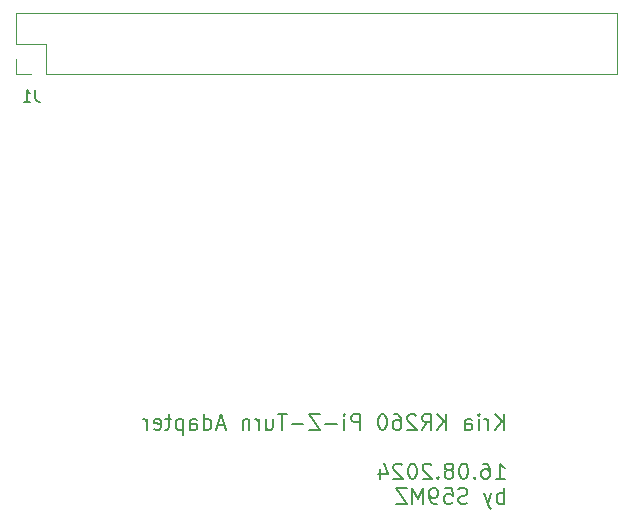
<source format=gbo>
G04 #@! TF.GenerationSoftware,KiCad,Pcbnew,7.0.11-7.0.11~ubuntu20.04.1*
G04 #@! TF.CreationDate,2024-08-17T18:13:06+02:00*
G04 #@! TF.ProjectId,kicad-kria-pi4-ext,6b696361-642d-46b7-9269-612d7069342d,1.0*
G04 #@! TF.SameCoordinates,Original*
G04 #@! TF.FileFunction,Legend,Bot*
G04 #@! TF.FilePolarity,Positive*
%FSLAX46Y46*%
G04 Gerber Fmt 4.6, Leading zero omitted, Abs format (unit mm)*
G04 Created by KiCad (PCBNEW 7.0.11-7.0.11~ubuntu20.04.1) date 2024-08-17 18:13:06*
%MOMM*%
%LPD*%
G01*
G04 APERTURE LIST*
G04 Aperture macros list*
%AMRoundRect*
0 Rectangle with rounded corners*
0 $1 Rounding radius*
0 $2 $3 $4 $5 $6 $7 $8 $9 X,Y pos of 4 corners*
0 Add a 4 corners polygon primitive as box body*
4,1,4,$2,$3,$4,$5,$6,$7,$8,$9,$2,$3,0*
0 Add four circle primitives for the rounded corners*
1,1,$1+$1,$2,$3*
1,1,$1+$1,$4,$5*
1,1,$1+$1,$6,$7*
1,1,$1+$1,$8,$9*
0 Add four rect primitives between the rounded corners*
20,1,$1+$1,$2,$3,$4,$5,0*
20,1,$1+$1,$4,$5,$6,$7,0*
20,1,$1+$1,$6,$7,$8,$9,0*
20,1,$1+$1,$8,$9,$2,$3,0*%
G04 Aperture macros list end*
%ADD10C,0.130000*%
%ADD11C,0.150000*%
%ADD12C,0.120000*%
%ADD13C,2.500000*%
%ADD14R,1.700000X1.700000*%
%ADD15O,1.700000X1.700000*%
%ADD16RoundRect,0.250000X0.600000X0.600000X-0.600000X0.600000X-0.600000X-0.600000X0.600000X-0.600000X0*%
%ADD17C,1.700000*%
G04 APERTURE END LIST*
D10*
X141590950Y-82201144D02*
X141590950Y-80901144D01*
X140848093Y-82201144D02*
X141405235Y-81458287D01*
X140848093Y-80901144D02*
X141590950Y-81644001D01*
X140290950Y-82201144D02*
X140290950Y-81334478D01*
X140290950Y-81582097D02*
X140229045Y-81458287D01*
X140229045Y-81458287D02*
X140167140Y-81396382D01*
X140167140Y-81396382D02*
X140043331Y-81334478D01*
X140043331Y-81334478D02*
X139919521Y-81334478D01*
X139486188Y-82201144D02*
X139486188Y-81334478D01*
X139486188Y-80901144D02*
X139548092Y-80963049D01*
X139548092Y-80963049D02*
X139486188Y-81024954D01*
X139486188Y-81024954D02*
X139424283Y-80963049D01*
X139424283Y-80963049D02*
X139486188Y-80901144D01*
X139486188Y-80901144D02*
X139486188Y-81024954D01*
X138309997Y-82201144D02*
X138309997Y-81520192D01*
X138309997Y-81520192D02*
X138371902Y-81396382D01*
X138371902Y-81396382D02*
X138495711Y-81334478D01*
X138495711Y-81334478D02*
X138743330Y-81334478D01*
X138743330Y-81334478D02*
X138867140Y-81396382D01*
X138309997Y-82139240D02*
X138433806Y-82201144D01*
X138433806Y-82201144D02*
X138743330Y-82201144D01*
X138743330Y-82201144D02*
X138867140Y-82139240D01*
X138867140Y-82139240D02*
X138929044Y-82015430D01*
X138929044Y-82015430D02*
X138929044Y-81891620D01*
X138929044Y-81891620D02*
X138867140Y-81767811D01*
X138867140Y-81767811D02*
X138743330Y-81705906D01*
X138743330Y-81705906D02*
X138433806Y-81705906D01*
X138433806Y-81705906D02*
X138309997Y-81644001D01*
X136700474Y-82201144D02*
X136700474Y-80901144D01*
X135957617Y-82201144D02*
X136514759Y-81458287D01*
X135957617Y-80901144D02*
X136700474Y-81644001D01*
X134657617Y-82201144D02*
X135090950Y-81582097D01*
X135400474Y-82201144D02*
X135400474Y-80901144D01*
X135400474Y-80901144D02*
X134905236Y-80901144D01*
X134905236Y-80901144D02*
X134781426Y-80963049D01*
X134781426Y-80963049D02*
X134719521Y-81024954D01*
X134719521Y-81024954D02*
X134657617Y-81148763D01*
X134657617Y-81148763D02*
X134657617Y-81334478D01*
X134657617Y-81334478D02*
X134719521Y-81458287D01*
X134719521Y-81458287D02*
X134781426Y-81520192D01*
X134781426Y-81520192D02*
X134905236Y-81582097D01*
X134905236Y-81582097D02*
X135400474Y-81582097D01*
X134162378Y-81024954D02*
X134100474Y-80963049D01*
X134100474Y-80963049D02*
X133976664Y-80901144D01*
X133976664Y-80901144D02*
X133667140Y-80901144D01*
X133667140Y-80901144D02*
X133543331Y-80963049D01*
X133543331Y-80963049D02*
X133481426Y-81024954D01*
X133481426Y-81024954D02*
X133419521Y-81148763D01*
X133419521Y-81148763D02*
X133419521Y-81272573D01*
X133419521Y-81272573D02*
X133481426Y-81458287D01*
X133481426Y-81458287D02*
X134224283Y-82201144D01*
X134224283Y-82201144D02*
X133419521Y-82201144D01*
X132305236Y-80901144D02*
X132552855Y-80901144D01*
X132552855Y-80901144D02*
X132676664Y-80963049D01*
X132676664Y-80963049D02*
X132738569Y-81024954D01*
X132738569Y-81024954D02*
X132862379Y-81210668D01*
X132862379Y-81210668D02*
X132924283Y-81458287D01*
X132924283Y-81458287D02*
X132924283Y-81953525D01*
X132924283Y-81953525D02*
X132862379Y-82077335D01*
X132862379Y-82077335D02*
X132800474Y-82139240D01*
X132800474Y-82139240D02*
X132676664Y-82201144D01*
X132676664Y-82201144D02*
X132429045Y-82201144D01*
X132429045Y-82201144D02*
X132305236Y-82139240D01*
X132305236Y-82139240D02*
X132243331Y-82077335D01*
X132243331Y-82077335D02*
X132181426Y-81953525D01*
X132181426Y-81953525D02*
X132181426Y-81644001D01*
X132181426Y-81644001D02*
X132243331Y-81520192D01*
X132243331Y-81520192D02*
X132305236Y-81458287D01*
X132305236Y-81458287D02*
X132429045Y-81396382D01*
X132429045Y-81396382D02*
X132676664Y-81396382D01*
X132676664Y-81396382D02*
X132800474Y-81458287D01*
X132800474Y-81458287D02*
X132862379Y-81520192D01*
X132862379Y-81520192D02*
X132924283Y-81644001D01*
X131376665Y-80901144D02*
X131252855Y-80901144D01*
X131252855Y-80901144D02*
X131129046Y-80963049D01*
X131129046Y-80963049D02*
X131067141Y-81024954D01*
X131067141Y-81024954D02*
X131005236Y-81148763D01*
X131005236Y-81148763D02*
X130943331Y-81396382D01*
X130943331Y-81396382D02*
X130943331Y-81705906D01*
X130943331Y-81705906D02*
X131005236Y-81953525D01*
X131005236Y-81953525D02*
X131067141Y-82077335D01*
X131067141Y-82077335D02*
X131129046Y-82139240D01*
X131129046Y-82139240D02*
X131252855Y-82201144D01*
X131252855Y-82201144D02*
X131376665Y-82201144D01*
X131376665Y-82201144D02*
X131500474Y-82139240D01*
X131500474Y-82139240D02*
X131562379Y-82077335D01*
X131562379Y-82077335D02*
X131624284Y-81953525D01*
X131624284Y-81953525D02*
X131686188Y-81705906D01*
X131686188Y-81705906D02*
X131686188Y-81396382D01*
X131686188Y-81396382D02*
X131624284Y-81148763D01*
X131624284Y-81148763D02*
X131562379Y-81024954D01*
X131562379Y-81024954D02*
X131500474Y-80963049D01*
X131500474Y-80963049D02*
X131376665Y-80901144D01*
X129395713Y-82201144D02*
X129395713Y-80901144D01*
X129395713Y-80901144D02*
X128900475Y-80901144D01*
X128900475Y-80901144D02*
X128776665Y-80963049D01*
X128776665Y-80963049D02*
X128714760Y-81024954D01*
X128714760Y-81024954D02*
X128652856Y-81148763D01*
X128652856Y-81148763D02*
X128652856Y-81334478D01*
X128652856Y-81334478D02*
X128714760Y-81458287D01*
X128714760Y-81458287D02*
X128776665Y-81520192D01*
X128776665Y-81520192D02*
X128900475Y-81582097D01*
X128900475Y-81582097D02*
X129395713Y-81582097D01*
X128095713Y-82201144D02*
X128095713Y-81334478D01*
X128095713Y-80901144D02*
X128157617Y-80963049D01*
X128157617Y-80963049D02*
X128095713Y-81024954D01*
X128095713Y-81024954D02*
X128033808Y-80963049D01*
X128033808Y-80963049D02*
X128095713Y-80901144D01*
X128095713Y-80901144D02*
X128095713Y-81024954D01*
X127476665Y-81705906D02*
X126486189Y-81705906D01*
X125990950Y-80901144D02*
X125124284Y-80901144D01*
X125124284Y-80901144D02*
X125990950Y-82201144D01*
X125990950Y-82201144D02*
X125124284Y-82201144D01*
X124629046Y-81705906D02*
X123638570Y-81705906D01*
X123205236Y-80901144D02*
X122462379Y-80901144D01*
X122833807Y-82201144D02*
X122833807Y-80901144D01*
X121471903Y-81334478D02*
X121471903Y-82201144D01*
X122029046Y-81334478D02*
X122029046Y-82015430D01*
X122029046Y-82015430D02*
X121967141Y-82139240D01*
X121967141Y-82139240D02*
X121843331Y-82201144D01*
X121843331Y-82201144D02*
X121657617Y-82201144D01*
X121657617Y-82201144D02*
X121533808Y-82139240D01*
X121533808Y-82139240D02*
X121471903Y-82077335D01*
X120852856Y-82201144D02*
X120852856Y-81334478D01*
X120852856Y-81582097D02*
X120790951Y-81458287D01*
X120790951Y-81458287D02*
X120729046Y-81396382D01*
X120729046Y-81396382D02*
X120605237Y-81334478D01*
X120605237Y-81334478D02*
X120481427Y-81334478D01*
X120048094Y-81334478D02*
X120048094Y-82201144D01*
X120048094Y-81458287D02*
X119986189Y-81396382D01*
X119986189Y-81396382D02*
X119862379Y-81334478D01*
X119862379Y-81334478D02*
X119676665Y-81334478D01*
X119676665Y-81334478D02*
X119552856Y-81396382D01*
X119552856Y-81396382D02*
X119490951Y-81520192D01*
X119490951Y-81520192D02*
X119490951Y-82201144D01*
X117943332Y-81829716D02*
X117324285Y-81829716D01*
X118067142Y-82201144D02*
X117633809Y-80901144D01*
X117633809Y-80901144D02*
X117200475Y-82201144D01*
X116209999Y-82201144D02*
X116209999Y-80901144D01*
X116209999Y-82139240D02*
X116333808Y-82201144D01*
X116333808Y-82201144D02*
X116581427Y-82201144D01*
X116581427Y-82201144D02*
X116705237Y-82139240D01*
X116705237Y-82139240D02*
X116767142Y-82077335D01*
X116767142Y-82077335D02*
X116829046Y-81953525D01*
X116829046Y-81953525D02*
X116829046Y-81582097D01*
X116829046Y-81582097D02*
X116767142Y-81458287D01*
X116767142Y-81458287D02*
X116705237Y-81396382D01*
X116705237Y-81396382D02*
X116581427Y-81334478D01*
X116581427Y-81334478D02*
X116333808Y-81334478D01*
X116333808Y-81334478D02*
X116209999Y-81396382D01*
X115033809Y-82201144D02*
X115033809Y-81520192D01*
X115033809Y-81520192D02*
X115095714Y-81396382D01*
X115095714Y-81396382D02*
X115219523Y-81334478D01*
X115219523Y-81334478D02*
X115467142Y-81334478D01*
X115467142Y-81334478D02*
X115590952Y-81396382D01*
X115033809Y-82139240D02*
X115157618Y-82201144D01*
X115157618Y-82201144D02*
X115467142Y-82201144D01*
X115467142Y-82201144D02*
X115590952Y-82139240D01*
X115590952Y-82139240D02*
X115652856Y-82015430D01*
X115652856Y-82015430D02*
X115652856Y-81891620D01*
X115652856Y-81891620D02*
X115590952Y-81767811D01*
X115590952Y-81767811D02*
X115467142Y-81705906D01*
X115467142Y-81705906D02*
X115157618Y-81705906D01*
X115157618Y-81705906D02*
X115033809Y-81644001D01*
X114414762Y-81334478D02*
X114414762Y-82634478D01*
X114414762Y-81396382D02*
X114290952Y-81334478D01*
X114290952Y-81334478D02*
X114043333Y-81334478D01*
X114043333Y-81334478D02*
X113919524Y-81396382D01*
X113919524Y-81396382D02*
X113857619Y-81458287D01*
X113857619Y-81458287D02*
X113795714Y-81582097D01*
X113795714Y-81582097D02*
X113795714Y-81953525D01*
X113795714Y-81953525D02*
X113857619Y-82077335D01*
X113857619Y-82077335D02*
X113919524Y-82139240D01*
X113919524Y-82139240D02*
X114043333Y-82201144D01*
X114043333Y-82201144D02*
X114290952Y-82201144D01*
X114290952Y-82201144D02*
X114414762Y-82139240D01*
X113424286Y-81334478D02*
X112929048Y-81334478D01*
X113238572Y-80901144D02*
X113238572Y-82015430D01*
X113238572Y-82015430D02*
X113176667Y-82139240D01*
X113176667Y-82139240D02*
X113052857Y-82201144D01*
X113052857Y-82201144D02*
X112929048Y-82201144D01*
X112000477Y-82139240D02*
X112124286Y-82201144D01*
X112124286Y-82201144D02*
X112371905Y-82201144D01*
X112371905Y-82201144D02*
X112495715Y-82139240D01*
X112495715Y-82139240D02*
X112557619Y-82015430D01*
X112557619Y-82015430D02*
X112557619Y-81520192D01*
X112557619Y-81520192D02*
X112495715Y-81396382D01*
X112495715Y-81396382D02*
X112371905Y-81334478D01*
X112371905Y-81334478D02*
X112124286Y-81334478D01*
X112124286Y-81334478D02*
X112000477Y-81396382D01*
X112000477Y-81396382D02*
X111938572Y-81520192D01*
X111938572Y-81520192D02*
X111938572Y-81644001D01*
X111938572Y-81644001D02*
X112557619Y-81767811D01*
X111381429Y-82201144D02*
X111381429Y-81334478D01*
X111381429Y-81582097D02*
X111319524Y-81458287D01*
X111319524Y-81458287D02*
X111257619Y-81396382D01*
X111257619Y-81396382D02*
X111133810Y-81334478D01*
X111133810Y-81334478D02*
X111010000Y-81334478D01*
X140909997Y-86387144D02*
X141652854Y-86387144D01*
X141281426Y-86387144D02*
X141281426Y-85087144D01*
X141281426Y-85087144D02*
X141405235Y-85272859D01*
X141405235Y-85272859D02*
X141529045Y-85396668D01*
X141529045Y-85396668D02*
X141652854Y-85458573D01*
X139795712Y-85087144D02*
X140043331Y-85087144D01*
X140043331Y-85087144D02*
X140167140Y-85149049D01*
X140167140Y-85149049D02*
X140229045Y-85210954D01*
X140229045Y-85210954D02*
X140352855Y-85396668D01*
X140352855Y-85396668D02*
X140414759Y-85644287D01*
X140414759Y-85644287D02*
X140414759Y-86139525D01*
X140414759Y-86139525D02*
X140352855Y-86263335D01*
X140352855Y-86263335D02*
X140290950Y-86325240D01*
X140290950Y-86325240D02*
X140167140Y-86387144D01*
X140167140Y-86387144D02*
X139919521Y-86387144D01*
X139919521Y-86387144D02*
X139795712Y-86325240D01*
X139795712Y-86325240D02*
X139733807Y-86263335D01*
X139733807Y-86263335D02*
X139671902Y-86139525D01*
X139671902Y-86139525D02*
X139671902Y-85830001D01*
X139671902Y-85830001D02*
X139733807Y-85706192D01*
X139733807Y-85706192D02*
X139795712Y-85644287D01*
X139795712Y-85644287D02*
X139919521Y-85582382D01*
X139919521Y-85582382D02*
X140167140Y-85582382D01*
X140167140Y-85582382D02*
X140290950Y-85644287D01*
X140290950Y-85644287D02*
X140352855Y-85706192D01*
X140352855Y-85706192D02*
X140414759Y-85830001D01*
X139114760Y-86263335D02*
X139052855Y-86325240D01*
X139052855Y-86325240D02*
X139114760Y-86387144D01*
X139114760Y-86387144D02*
X139176664Y-86325240D01*
X139176664Y-86325240D02*
X139114760Y-86263335D01*
X139114760Y-86263335D02*
X139114760Y-86387144D01*
X138248093Y-85087144D02*
X138124283Y-85087144D01*
X138124283Y-85087144D02*
X138000474Y-85149049D01*
X138000474Y-85149049D02*
X137938569Y-85210954D01*
X137938569Y-85210954D02*
X137876664Y-85334763D01*
X137876664Y-85334763D02*
X137814759Y-85582382D01*
X137814759Y-85582382D02*
X137814759Y-85891906D01*
X137814759Y-85891906D02*
X137876664Y-86139525D01*
X137876664Y-86139525D02*
X137938569Y-86263335D01*
X137938569Y-86263335D02*
X138000474Y-86325240D01*
X138000474Y-86325240D02*
X138124283Y-86387144D01*
X138124283Y-86387144D02*
X138248093Y-86387144D01*
X138248093Y-86387144D02*
X138371902Y-86325240D01*
X138371902Y-86325240D02*
X138433807Y-86263335D01*
X138433807Y-86263335D02*
X138495712Y-86139525D01*
X138495712Y-86139525D02*
X138557616Y-85891906D01*
X138557616Y-85891906D02*
X138557616Y-85582382D01*
X138557616Y-85582382D02*
X138495712Y-85334763D01*
X138495712Y-85334763D02*
X138433807Y-85210954D01*
X138433807Y-85210954D02*
X138371902Y-85149049D01*
X138371902Y-85149049D02*
X138248093Y-85087144D01*
X137071902Y-85644287D02*
X137195712Y-85582382D01*
X137195712Y-85582382D02*
X137257617Y-85520478D01*
X137257617Y-85520478D02*
X137319521Y-85396668D01*
X137319521Y-85396668D02*
X137319521Y-85334763D01*
X137319521Y-85334763D02*
X137257617Y-85210954D01*
X137257617Y-85210954D02*
X137195712Y-85149049D01*
X137195712Y-85149049D02*
X137071902Y-85087144D01*
X137071902Y-85087144D02*
X136824283Y-85087144D01*
X136824283Y-85087144D02*
X136700474Y-85149049D01*
X136700474Y-85149049D02*
X136638569Y-85210954D01*
X136638569Y-85210954D02*
X136576664Y-85334763D01*
X136576664Y-85334763D02*
X136576664Y-85396668D01*
X136576664Y-85396668D02*
X136638569Y-85520478D01*
X136638569Y-85520478D02*
X136700474Y-85582382D01*
X136700474Y-85582382D02*
X136824283Y-85644287D01*
X136824283Y-85644287D02*
X137071902Y-85644287D01*
X137071902Y-85644287D02*
X137195712Y-85706192D01*
X137195712Y-85706192D02*
X137257617Y-85768097D01*
X137257617Y-85768097D02*
X137319521Y-85891906D01*
X137319521Y-85891906D02*
X137319521Y-86139525D01*
X137319521Y-86139525D02*
X137257617Y-86263335D01*
X137257617Y-86263335D02*
X137195712Y-86325240D01*
X137195712Y-86325240D02*
X137071902Y-86387144D01*
X137071902Y-86387144D02*
X136824283Y-86387144D01*
X136824283Y-86387144D02*
X136700474Y-86325240D01*
X136700474Y-86325240D02*
X136638569Y-86263335D01*
X136638569Y-86263335D02*
X136576664Y-86139525D01*
X136576664Y-86139525D02*
X136576664Y-85891906D01*
X136576664Y-85891906D02*
X136638569Y-85768097D01*
X136638569Y-85768097D02*
X136700474Y-85706192D01*
X136700474Y-85706192D02*
X136824283Y-85644287D01*
X136019522Y-86263335D02*
X135957617Y-86325240D01*
X135957617Y-86325240D02*
X136019522Y-86387144D01*
X136019522Y-86387144D02*
X136081426Y-86325240D01*
X136081426Y-86325240D02*
X136019522Y-86263335D01*
X136019522Y-86263335D02*
X136019522Y-86387144D01*
X135462378Y-85210954D02*
X135400474Y-85149049D01*
X135400474Y-85149049D02*
X135276664Y-85087144D01*
X135276664Y-85087144D02*
X134967140Y-85087144D01*
X134967140Y-85087144D02*
X134843331Y-85149049D01*
X134843331Y-85149049D02*
X134781426Y-85210954D01*
X134781426Y-85210954D02*
X134719521Y-85334763D01*
X134719521Y-85334763D02*
X134719521Y-85458573D01*
X134719521Y-85458573D02*
X134781426Y-85644287D01*
X134781426Y-85644287D02*
X135524283Y-86387144D01*
X135524283Y-86387144D02*
X134719521Y-86387144D01*
X133914760Y-85087144D02*
X133790950Y-85087144D01*
X133790950Y-85087144D02*
X133667141Y-85149049D01*
X133667141Y-85149049D02*
X133605236Y-85210954D01*
X133605236Y-85210954D02*
X133543331Y-85334763D01*
X133543331Y-85334763D02*
X133481426Y-85582382D01*
X133481426Y-85582382D02*
X133481426Y-85891906D01*
X133481426Y-85891906D02*
X133543331Y-86139525D01*
X133543331Y-86139525D02*
X133605236Y-86263335D01*
X133605236Y-86263335D02*
X133667141Y-86325240D01*
X133667141Y-86325240D02*
X133790950Y-86387144D01*
X133790950Y-86387144D02*
X133914760Y-86387144D01*
X133914760Y-86387144D02*
X134038569Y-86325240D01*
X134038569Y-86325240D02*
X134100474Y-86263335D01*
X134100474Y-86263335D02*
X134162379Y-86139525D01*
X134162379Y-86139525D02*
X134224283Y-85891906D01*
X134224283Y-85891906D02*
X134224283Y-85582382D01*
X134224283Y-85582382D02*
X134162379Y-85334763D01*
X134162379Y-85334763D02*
X134100474Y-85210954D01*
X134100474Y-85210954D02*
X134038569Y-85149049D01*
X134038569Y-85149049D02*
X133914760Y-85087144D01*
X132986188Y-85210954D02*
X132924284Y-85149049D01*
X132924284Y-85149049D02*
X132800474Y-85087144D01*
X132800474Y-85087144D02*
X132490950Y-85087144D01*
X132490950Y-85087144D02*
X132367141Y-85149049D01*
X132367141Y-85149049D02*
X132305236Y-85210954D01*
X132305236Y-85210954D02*
X132243331Y-85334763D01*
X132243331Y-85334763D02*
X132243331Y-85458573D01*
X132243331Y-85458573D02*
X132305236Y-85644287D01*
X132305236Y-85644287D02*
X133048093Y-86387144D01*
X133048093Y-86387144D02*
X132243331Y-86387144D01*
X131129046Y-85520478D02*
X131129046Y-86387144D01*
X131438570Y-85025240D02*
X131748093Y-85953811D01*
X131748093Y-85953811D02*
X130943332Y-85953811D01*
X141590950Y-88480144D02*
X141590950Y-87180144D01*
X141590950Y-87675382D02*
X141467140Y-87613478D01*
X141467140Y-87613478D02*
X141219521Y-87613478D01*
X141219521Y-87613478D02*
X141095712Y-87675382D01*
X141095712Y-87675382D02*
X141033807Y-87737287D01*
X141033807Y-87737287D02*
X140971902Y-87861097D01*
X140971902Y-87861097D02*
X140971902Y-88232525D01*
X140971902Y-88232525D02*
X141033807Y-88356335D01*
X141033807Y-88356335D02*
X141095712Y-88418240D01*
X141095712Y-88418240D02*
X141219521Y-88480144D01*
X141219521Y-88480144D02*
X141467140Y-88480144D01*
X141467140Y-88480144D02*
X141590950Y-88418240D01*
X140538569Y-87613478D02*
X140229045Y-88480144D01*
X139919522Y-87613478D02*
X140229045Y-88480144D01*
X140229045Y-88480144D02*
X140352855Y-88789668D01*
X140352855Y-88789668D02*
X140414760Y-88851573D01*
X140414760Y-88851573D02*
X140538569Y-88913478D01*
X138495712Y-88418240D02*
X138309998Y-88480144D01*
X138309998Y-88480144D02*
X138000474Y-88480144D01*
X138000474Y-88480144D02*
X137876665Y-88418240D01*
X137876665Y-88418240D02*
X137814760Y-88356335D01*
X137814760Y-88356335D02*
X137752855Y-88232525D01*
X137752855Y-88232525D02*
X137752855Y-88108716D01*
X137752855Y-88108716D02*
X137814760Y-87984906D01*
X137814760Y-87984906D02*
X137876665Y-87923001D01*
X137876665Y-87923001D02*
X138000474Y-87861097D01*
X138000474Y-87861097D02*
X138248093Y-87799192D01*
X138248093Y-87799192D02*
X138371903Y-87737287D01*
X138371903Y-87737287D02*
X138433808Y-87675382D01*
X138433808Y-87675382D02*
X138495712Y-87551573D01*
X138495712Y-87551573D02*
X138495712Y-87427763D01*
X138495712Y-87427763D02*
X138433808Y-87303954D01*
X138433808Y-87303954D02*
X138371903Y-87242049D01*
X138371903Y-87242049D02*
X138248093Y-87180144D01*
X138248093Y-87180144D02*
X137938570Y-87180144D01*
X137938570Y-87180144D02*
X137752855Y-87242049D01*
X136576665Y-87180144D02*
X137195713Y-87180144D01*
X137195713Y-87180144D02*
X137257617Y-87799192D01*
X137257617Y-87799192D02*
X137195713Y-87737287D01*
X137195713Y-87737287D02*
X137071903Y-87675382D01*
X137071903Y-87675382D02*
X136762379Y-87675382D01*
X136762379Y-87675382D02*
X136638570Y-87737287D01*
X136638570Y-87737287D02*
X136576665Y-87799192D01*
X136576665Y-87799192D02*
X136514760Y-87923001D01*
X136514760Y-87923001D02*
X136514760Y-88232525D01*
X136514760Y-88232525D02*
X136576665Y-88356335D01*
X136576665Y-88356335D02*
X136638570Y-88418240D01*
X136638570Y-88418240D02*
X136762379Y-88480144D01*
X136762379Y-88480144D02*
X137071903Y-88480144D01*
X137071903Y-88480144D02*
X137195713Y-88418240D01*
X137195713Y-88418240D02*
X137257617Y-88356335D01*
X135895713Y-88480144D02*
X135648094Y-88480144D01*
X135648094Y-88480144D02*
X135524284Y-88418240D01*
X135524284Y-88418240D02*
X135462380Y-88356335D01*
X135462380Y-88356335D02*
X135338570Y-88170620D01*
X135338570Y-88170620D02*
X135276665Y-87923001D01*
X135276665Y-87923001D02*
X135276665Y-87427763D01*
X135276665Y-87427763D02*
X135338570Y-87303954D01*
X135338570Y-87303954D02*
X135400475Y-87242049D01*
X135400475Y-87242049D02*
X135524284Y-87180144D01*
X135524284Y-87180144D02*
X135771903Y-87180144D01*
X135771903Y-87180144D02*
X135895713Y-87242049D01*
X135895713Y-87242049D02*
X135957618Y-87303954D01*
X135957618Y-87303954D02*
X136019522Y-87427763D01*
X136019522Y-87427763D02*
X136019522Y-87737287D01*
X136019522Y-87737287D02*
X135957618Y-87861097D01*
X135957618Y-87861097D02*
X135895713Y-87923001D01*
X135895713Y-87923001D02*
X135771903Y-87984906D01*
X135771903Y-87984906D02*
X135524284Y-87984906D01*
X135524284Y-87984906D02*
X135400475Y-87923001D01*
X135400475Y-87923001D02*
X135338570Y-87861097D01*
X135338570Y-87861097D02*
X135276665Y-87737287D01*
X134719523Y-88480144D02*
X134719523Y-87180144D01*
X134719523Y-87180144D02*
X134286189Y-88108716D01*
X134286189Y-88108716D02*
X133852856Y-87180144D01*
X133852856Y-87180144D02*
X133852856Y-88480144D01*
X133357618Y-87180144D02*
X132490952Y-87180144D01*
X132490952Y-87180144D02*
X133357618Y-88480144D01*
X133357618Y-88480144D02*
X132490952Y-88480144D01*
D11*
X101933333Y-53429819D02*
X101933333Y-54144104D01*
X101933333Y-54144104D02*
X101980952Y-54286961D01*
X101980952Y-54286961D02*
X102076190Y-54382200D01*
X102076190Y-54382200D02*
X102219047Y-54429819D01*
X102219047Y-54429819D02*
X102314285Y-54429819D01*
X100933333Y-54429819D02*
X101504761Y-54429819D01*
X101219047Y-54429819D02*
X101219047Y-53429819D01*
X101219047Y-53429819D02*
X101314285Y-53572676D01*
X101314285Y-53572676D02*
X101409523Y-53667914D01*
X101409523Y-53667914D02*
X101504761Y-53715533D01*
D12*
X151190000Y-46930000D02*
X151190000Y-52130000D01*
X100270000Y-46930000D02*
X151190000Y-46930000D01*
X100270000Y-46930000D02*
X100270000Y-49530000D01*
X102870000Y-49530000D02*
X102870000Y-52130000D01*
X100270000Y-49530000D02*
X102870000Y-49530000D01*
X100270000Y-50800000D02*
X100270000Y-52130000D01*
X102870000Y-52130000D02*
X151190000Y-52130000D01*
X100270000Y-52130000D02*
X101600000Y-52130000D01*
%LPC*%
D13*
X154940000Y-49530000D03*
X104140000Y-111760000D03*
X96520000Y-49530000D03*
D14*
X90170000Y-60955000D03*
D15*
X90170000Y-58415000D03*
D13*
X147320000Y-111760000D03*
D14*
X101600000Y-63500000D03*
D15*
X101600000Y-60960000D03*
X104140000Y-63500000D03*
X104140000Y-60960000D03*
X106680000Y-63500000D03*
X106680000Y-60960000D03*
X109220000Y-63500000D03*
X109220000Y-60960000D03*
X111760000Y-63500000D03*
X111760000Y-60960000D03*
X114300000Y-63500000D03*
X114300000Y-60960000D03*
X116840000Y-63500000D03*
X116840000Y-60960000D03*
X119380000Y-63500000D03*
X119380000Y-60960000D03*
X121920000Y-63500000D03*
X121920000Y-60960000D03*
X124460000Y-63500000D03*
X124460000Y-60960000D03*
X127000000Y-63500000D03*
X127000000Y-60960000D03*
X129540000Y-63500000D03*
X129540000Y-60960000D03*
X132080000Y-63500000D03*
X132080000Y-60960000D03*
X134620000Y-63500000D03*
X134620000Y-60960000D03*
X137160000Y-63500000D03*
X137160000Y-60960000D03*
X139700000Y-63500000D03*
X139700000Y-60960000D03*
X142240000Y-63500000D03*
X142240000Y-60960000D03*
X144780000Y-63500000D03*
X144780000Y-60960000D03*
X147320000Y-63500000D03*
X147320000Y-60960000D03*
X149860000Y-63500000D03*
X149860000Y-60960000D03*
D13*
X129540000Y-107315000D03*
D16*
X91440000Y-85090000D03*
D17*
X88900000Y-85090000D03*
X91440000Y-82550000D03*
X88900000Y-82550000D03*
X91440000Y-80010000D03*
X88900000Y-80010000D03*
X91440000Y-77470000D03*
X88900000Y-77470000D03*
X91440000Y-74930000D03*
X88900000Y-74930000D03*
X91440000Y-72390000D03*
X88900000Y-72390000D03*
D14*
X101600000Y-50800000D03*
D15*
X101600000Y-48260000D03*
X104140000Y-50800000D03*
X104140000Y-48260000D03*
X106680000Y-50800000D03*
X106680000Y-48260000D03*
X109220000Y-50800000D03*
X109220000Y-48260000D03*
X111760000Y-50800000D03*
X111760000Y-48260000D03*
X114300000Y-50800000D03*
X114300000Y-48260000D03*
X116840000Y-50800000D03*
X116840000Y-48260000D03*
X119380000Y-50800000D03*
X119380000Y-48260000D03*
X121920000Y-50800000D03*
X121920000Y-48260000D03*
X124460000Y-50800000D03*
X124460000Y-48260000D03*
X127000000Y-50800000D03*
X127000000Y-48260000D03*
X129540000Y-50800000D03*
X129540000Y-48260000D03*
X132080000Y-50800000D03*
X132080000Y-48260000D03*
X134620000Y-50800000D03*
X134620000Y-48260000D03*
X137160000Y-50800000D03*
X137160000Y-48260000D03*
X139700000Y-50800000D03*
X139700000Y-48260000D03*
X142240000Y-50800000D03*
X142240000Y-48260000D03*
X144780000Y-50800000D03*
X144780000Y-48260000D03*
X147320000Y-50800000D03*
X147320000Y-48260000D03*
X149860000Y-50800000D03*
X149860000Y-48260000D03*
%LPD*%
M02*

</source>
